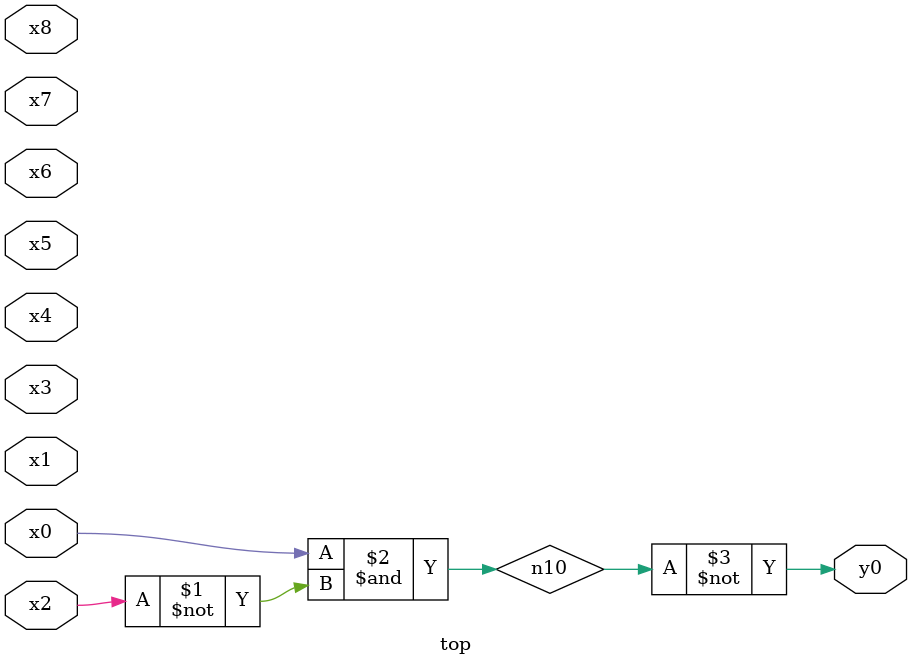
<source format=v>
module top( x0 , x1 , x2 , x3 , x4 , x5 , x6 , x7 , x8 , y0 );
  input x0 , x1 , x2 , x3 , x4 , x5 , x6 , x7 , x8 ;
  output y0 ;
  wire n10 ;
  assign n10 = x0 & ~x2 ;
  assign y0 = ~n10 ;
endmodule

</source>
